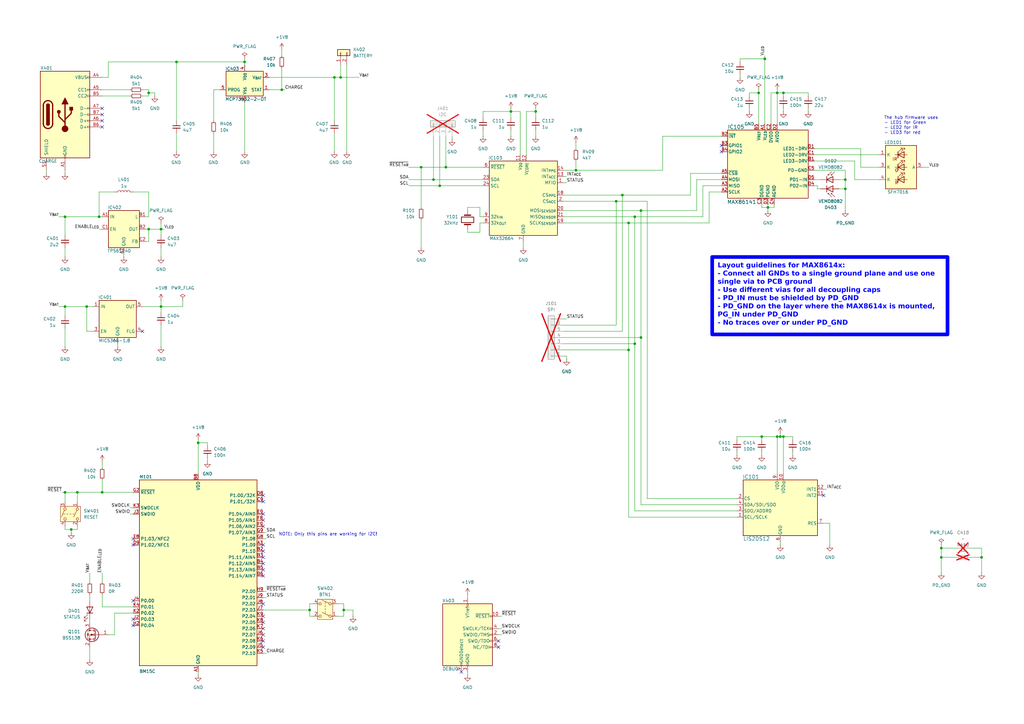
<source format=kicad_sch>
(kicad_sch (version 20250114) (generator "eeschema") (generator_version "9.0")
  (paper "A3")
  (title_block (title "Heartrate-DevKit") (date "2025-07-13") (rev "${REVISION}") (company "${COMPANY}"))
  (text "The hub firmware uses\n- LED1 for Green\n- LED2 for IR\n- LED3 for red" (at 362.585 47.625 0) (effects (font (size 1.27 1.27)) (justify left top)))
  (text "NOTE: Only this pins are working for I2C!" (at 114.3 218.44 0) (effects (font (size 1.27 1.27)) (justify left top)))
  (text_box "Layout guidelines for MAX8614x:\n- Connect all GNDs to a single ground plane and use one single via to PCB ground\n- Use different vias for all decoupling caps\n- PD_IN must be shielded by PD_GND\n- PD_GND on the layer where the MAX8614x is mounted, PG_IN under PD_GND\n- No traces over or under PD_GND" (at 292.1 105.41 0) (size 96.52 31.75) (margins 2.25 2.25 2.25 2.25) (stroke (width 1.5) (color 0 0 255 1)) (effects (font (size 2 2) (thickness 0.4) (bold yes)) (justify left top)))
  (junction (at 115.57 36.83))
  (junction (at 26.67 88.9))
  (junction (at 346.71 77.47))
  (junction (at 180.34 76.2))
  (junction (at 29.21 217.17))
  (junction (at 127 250.19))
  (junction (at 66.04 125.73))
  (junction (at 31.75 201.93))
  (junction (at 262.89 138.43))
  (junction (at 66.04 93.98))
  (junction (at 313.69 24.13))
  (junction (at 236.22 69.85))
  (junction (at 262.89 86.36))
  (junction (at 137.16 31.75))
  (junction (at 386.08 228.6))
  (junction (at 318.77 38.1))
  (junction (at 177.8 73.66))
  (junction (at 314.96 85.09))
  (junction (at 139.7 31.75))
  (junction (at 26.67 201.93))
  (junction (at 311.15 38.1))
  (junction (at 321.31 38.1))
  (junction (at 209.55 45.72))
  (junction (at 312.42 179.07))
  (junction (at 402.59 228.6))
  (junction (at 35.56 125.73))
  (junction (at 26.67 125.73))
  (junction (at 219.71 45.72))
  (junction (at 100.33 25.4))
  (junction (at 255.27 80.01))
  (junction (at 386.08 224.79))
  (junction (at 257.81 91.44))
  (junction (at 260.35 88.9))
  (junction (at 172.72 68.58))
  (junction (at 252.73 82.55))
  (junction (at 182.88 68.58))
  (junction (at 260.35 140.97))
  (junction (at 41.91 201.93))
  (junction (at 320.04 179.07))
  (junction (at 257.81 143.51))
  (junction (at 140.97 250.19))
  (junction (at 318.77 179.07))
  (junction (at 60.96 93.98))
  (junction (at 321.31 179.07))
  (junction (at 346.71 73.66))
  (junction (at 81.28 181.61))
  (junction (at 40.64 88.9))
  (junction (at 60.96 38.1))
  (junction (at 72.39 25.4))
  (no_connect (at 54.61 220.98))
  (no_connect (at 58.42 135.89))
  (no_connect (at 295.91 59.69))
  (no_connect (at 107.95 247.65))
  (no_connect (at 54.61 246.38))
  (no_connect (at 107.95 223.52))
  (no_connect (at 41.91 49.53))
  (no_connect (at 204.47 265.43))
  (no_connect (at 107.95 210.82))
  (no_connect (at 107.95 265.43))
  (no_connect (at 204.47 262.89))
  (no_connect (at 107.95 260.35))
  (no_connect (at 107.95 228.6))
  (no_connect (at 41.91 44.45))
  (no_connect (at 107.95 233.68))
  (no_connect (at 337.82 203.2))
  (no_connect (at 107.95 213.36))
  (no_connect (at 295.91 62.23))
  (no_connect (at 107.95 203.2))
  (no_connect (at 54.61 223.52))
  (no_connect (at 107.95 205.74))
  (no_connect (at 189.23 275.59))
  (no_connect (at 41.91 46.99))
  (no_connect (at 54.61 254))
  (no_connect (at 107.95 236.22))
  (no_connect (at 107.95 231.14))
  (no_connect (at 107.95 255.27))
  (no_connect (at 41.91 52.07))
  (no_connect (at 107.95 262.89))
  (no_connect (at 107.95 257.81))
  (no_connect (at 107.95 252.73))
  (no_connect (at 107.95 226.06))
  (no_connect (at 54.61 256.54))
  (no_connect (at 107.95 215.9))
  (wire (pts (xy 41.91 196.85) (xy 41.91 201.93)))
  (wire (pts (xy 231.14 130.81) (xy 232.41 130.81)))
  (wire (pts (xy 283.21 71.12) (xy 295.91 71.12)))
  (wire (pts (xy 110.49 31.75) (xy 137.16 31.75)))
  (wire (pts (xy 48.26 140.97) (xy 48.26 142.24)))
  (wire (pts (xy 137.16 31.75) (xy 139.7 31.75)))
  (wire (pts (xy 40.64 78.74) (xy 40.64 88.9)))
  (wire (pts (xy 386.08 234.95) (xy 386.08 228.6)))
  (wire (pts (xy 346.71 69.85) (xy 346.71 73.66)))
  (wire (pts (xy 314.96 85.09) (xy 317.5 85.09)))
  (wire (pts (xy 262.89 86.36) (xy 285.75 86.36)))
  (wire (pts (xy 265.43 82.55) (xy 265.43 204.47)))
  (wire (pts (xy 41.91 39.37) (xy 53.34 39.37)))
  (wire (pts (xy 54.61 208.28) (xy 53.34 208.28)))
  (wire (pts (xy 72.39 25.4) (xy 100.33 25.4)))
  (wire (pts (xy 316.23 38.1) (xy 316.23 50.8)))
  (wire (pts (xy 41.91 201.93) (xy 54.61 201.93)))
  (wire (pts (xy 66.04 93.98) (xy 67.31 93.98)))
  (wire (pts (xy 386.08 224.79) (xy 392.43 224.79)))
  (wire (pts (xy 81.28 275.59) (xy 81.28 276.86)))
  (wire (pts (xy 213.36 45.72) (xy 213.36 63.5)))
  (wire (pts (xy 58.42 39.37) (xy 60.96 39.37)))
  (wire (pts (xy 58.42 36.83) (xy 60.96 36.83)))
  (wire (pts (xy 311.15 38.1) (xy 311.15 50.8)))
  (wire (pts (xy 262.89 207.01) (xy 302.26 207.01)))
  (wire (pts (xy 312.42 83.82) (xy 312.42 85.09)))
  (wire (pts (xy 236.22 66.04) (xy 236.22 69.85)))
  (wire (pts (xy 138.43 247.65) (xy 140.97 247.65)))
  (wire (pts (xy 66.04 101.6) (xy 66.04 105.41)))
  (wire (pts (xy 24.13 88.9) (xy 26.67 88.9)))
  (wire (pts (xy 231.14 82.55) (xy 252.73 82.55)))
  (wire (pts (xy 177.8 55.88) (xy 177.8 73.66)))
  (wire (pts (xy 128.27 247.65) (xy 127 247.65)))
  (wire (pts (xy 215.9 45.72) (xy 219.71 45.72)))
  (wire (pts (xy 19.05 69.85) (xy 19.05 71.12)))
  (wire (pts (xy 209.55 45.72) (xy 209.55 48.26)))
  (wire (pts (xy 127 252.73) (xy 127 250.19)))
  (wire (pts (xy 397.51 228.6) (xy 402.59 228.6)))
  (wire (pts (xy 107.95 218.44) (xy 109.22 218.44)))
  (wire (pts (xy 318.77 179.07) (xy 312.42 179.07)))
  (wire (pts (xy 318.77 179.07) (xy 320.04 179.07)))
  (wire (pts (xy 191.77 85.09) (xy 196.85 85.09)))
  (wire (pts (xy 257.81 143.51) (xy 257.81 212.09)))
  (wire (pts (xy 219.71 45.72) (xy 219.71 48.26)))
  (wire (pts (xy 191.77 95.25) (xy 196.85 95.25)))
  (wire (pts (xy 90.17 36.83) (xy 87.63 36.83)))
  (wire (pts (xy 320.04 222.25) (xy 320.04 223.52)))
  (wire (pts (xy 60.96 99.06) (xy 60.96 93.98)))
  (wire (pts (xy 36.83 265.43) (xy 36.83 270.51)))
  (wire (pts (xy 31.75 201.93) (xy 41.91 201.93)))
  (wire (pts (xy 40.64 93.98) (xy 41.91 93.98)))
  (wire (pts (xy 81.28 181.61) (xy 85.09 181.61)))
  (wire (pts (xy 36.83 243.84) (xy 36.83 246.38)))
  (wire (pts (xy 138.43 252.73) (xy 140.97 252.73)))
  (wire (pts (xy 314.96 83.82) (xy 314.96 85.09)))
  (wire (pts (xy 54.61 248.92) (xy 41.91 248.92)))
  (wire (pts (xy 312.42 185.42) (xy 312.42 186.69)))
  (wire (pts (xy 317.5 85.09) (xy 317.5 83.82)))
  (wire (pts (xy 302.26 179.07) (xy 302.26 180.34)))
  (wire (pts (xy 66.04 91.44) (xy 66.04 93.98)))
  (wire (pts (xy 66.04 93.98) (xy 66.04 96.52)))
  (wire (pts (xy 360.68 73.66) (xy 350.52 73.66)))
  (wire (pts (xy 321.31 38.1) (xy 331.47 38.1)))
  (wire (pts (xy 386.08 223.52) (xy 386.08 224.79)))
  (wire (pts (xy 320.04 177.8) (xy 320.04 179.07)))
  (wire (pts (xy 115.57 36.83) (xy 116.84 36.83)))
  (wire (pts (xy 36.83 234.95) (xy 36.83 238.76)))
  (wire (pts (xy 321.31 38.1) (xy 321.31 39.37)))
  (wire (pts (xy 26.67 69.85) (xy 26.67 71.12)))
  (wire (pts (xy 288.29 76.2) (xy 295.91 76.2)))
  (wire (pts (xy 331.47 44.45) (xy 331.47 45.72)))
  (wire (pts (xy 316.23 38.1) (xy 318.77 38.1)))
  (wire (pts (xy 236.22 58.42) (xy 236.22 60.96)))
  (wire (pts (xy 257.81 91.44) (xy 257.81 143.51)))
  (wire (pts (xy 172.72 90.17) (xy 172.72 101.6)))
  (wire (pts (xy 283.21 80.01) (xy 283.21 71.12)))
  (wire (pts (xy 29.21 217.17) (xy 31.75 217.17)))
  (wire (pts (xy 41.91 234.95) (xy 41.91 238.76)))
  (wire (pts (xy 87.63 36.83) (xy 87.63 49.53)))
  (wire (pts (xy 215.9 63.5) (xy 215.9 45.72)))
  (wire (pts (xy 191.77 275.59) (xy 191.77 276.86)))
  (wire (pts (xy 346.71 77.47) (xy 346.71 86.36)))
  (wire (pts (xy 285.75 73.66) (xy 295.91 73.66)))
  (wire (pts (xy 260.35 88.9) (xy 260.35 140.97)))
  (wire (pts (xy 115.57 27.94) (xy 115.57 36.83)))
  (wire (pts (xy 26.67 125.73) (xy 35.56 125.73)))
  (wire (pts (xy 219.71 53.34) (xy 219.71 55.88)))
  (wire (pts (xy 196.85 91.44) (xy 196.85 95.25)))
  (wire (pts (xy 182.88 55.88) (xy 182.88 68.58)))
  (wire (pts (xy 167.64 68.58) (xy 172.72 68.58)))
  (wire (pts (xy 87.63 54.61) (xy 87.63 62.23)))
  (wire (pts (xy 60.96 93.98) (xy 59.69 93.98)))
  (wire (pts (xy 335.28 77.47) (xy 336.55 77.47)))
  (wire (pts (xy 360.68 63.5) (xy 334.01 63.5)))
  (wire (pts (xy 302.26 185.42) (xy 302.26 186.69)))
  (wire (pts (xy 137.16 54.61) (xy 137.16 62.23)))
  (wire (pts (xy 260.35 88.9) (xy 288.29 88.9)))
  (wire (pts (xy 172.72 68.58) (xy 172.72 85.09)))
  (wire (pts (xy 107.95 267.97) (xy 109.22 267.97)))
  (wire (pts (xy 140.97 250.19) (xy 140.97 252.73)))
  (wire (pts (xy 29.21 217.17) (xy 29.21 218.44)))
  (wire (pts (xy 214.63 99.06) (xy 214.63 101.6)))
  (wire (pts (xy 198.12 88.9) (xy 196.85 88.9)))
  (wire (pts (xy 107.95 220.98) (xy 109.22 220.98)))
  (wire (pts (xy 290.83 78.74) (xy 290.83 91.44)))
  (wire (pts (xy 231.14 133.35) (xy 252.73 133.35)))
  (wire (pts (xy 311.15 36.83) (xy 311.15 38.1)))
  (wire (pts (xy 26.67 201.93) (xy 26.67 205.74)))
  (wire (pts (xy 307.34 38.1) (xy 311.15 38.1)))
  (wire (pts (xy 260.35 88.9) (xy 231.14 88.9)))
  (wire (pts (xy 60.96 38.1) (xy 60.96 39.37)))
  (wire (pts (xy 85.09 181.61) (xy 85.09 182.88)))
  (wire (pts (xy 303.53 25.4) (xy 303.53 24.13)))
  (wire (pts (xy 321.31 179.07) (xy 321.31 194.31)))
  (wire (pts (xy 31.75 201.93) (xy 31.75 205.74)))
  (wire (pts (xy 381 68.58) (xy 378.46 68.58)))
  (wire (pts (xy 307.34 39.37) (xy 307.34 38.1)))
  (wire (pts (xy 260.35 140.97) (xy 260.35 209.55)))
  (wire (pts (xy 360.68 68.58) (xy 353.06 68.58)))
  (wire (pts (xy 25.4 201.93) (xy 26.67 201.93)))
  (wire (pts (xy 337.82 200.66) (xy 339.09 200.66)))
  (wire (pts (xy 334.01 66.04) (xy 350.52 66.04)))
  (wire (pts (xy 198.12 45.72) (xy 198.12 48.26)))
  (wire (pts (xy 232.41 146.05) (xy 232.41 147.32)))
  (wire (pts (xy 46.99 78.74) (xy 40.64 78.74)))
  (wire (pts (xy 172.72 68.58) (xy 182.88 68.58)))
  (wire (pts (xy 303.53 24.13) (xy 313.69 24.13)))
  (wire (pts (xy 38.1 135.89) (xy 35.56 135.89)))
  (wire (pts (xy 346.71 73.66) (xy 346.71 77.47)))
  (wire (pts (xy 139.7 31.75) (xy 147.32 31.75)))
  (wire (pts (xy 60.96 38.1) (xy 63.5 38.1)))
  (wire (pts (xy 262.89 86.36) (xy 262.89 138.43)))
  (wire (pts (xy 302.26 179.07) (xy 312.42 179.07)))
  (wire (pts (xy 307.34 44.45) (xy 307.34 45.72)))
  (wire (pts (xy 177.8 73.66) (xy 198.12 73.66)))
  (wire (pts (xy 85.09 187.96) (xy 85.09 189.23)))
  (wire (pts (xy 285.75 86.36) (xy 285.75 73.66)))
  (wire (pts (xy 41.91 36.83) (xy 53.34 36.83)))
  (wire (pts (xy 252.73 133.35) (xy 252.73 82.55)))
  (wire (pts (xy 74.93 125.73) (xy 74.93 123.19)))
  (wire (pts (xy 231.14 140.97) (xy 260.35 140.97)))
  (wire (pts (xy 41.91 189.23) (xy 41.91 191.77)))
  (wire (pts (xy 144.78 250.19) (xy 144.78 252.73)))
  (wire (pts (xy 325.12 185.42) (xy 325.12 186.69)))
  (wire (pts (xy 231.14 80.01) (xy 255.27 80.01)))
  (wire (pts (xy 295.91 78.74) (xy 290.83 78.74)))
  (wire (pts (xy 26.67 215.9) (xy 26.67 217.17)))
  (wire (pts (xy 219.71 44.45) (xy 219.71 45.72)))
  (wire (pts (xy 321.31 179.07) (xy 320.04 179.07)))
  (wire (pts (xy 185.42 55.88) (xy 185.42 57.15)))
  (wire (pts (xy 60.96 38.1) (xy 60.96 36.83)))
  (wire (pts (xy 107.95 250.19) (xy 127 250.19)))
  (wire (pts (xy 81.28 180.34) (xy 81.28 181.61)))
  (wire (pts (xy 100.33 26.67) (xy 100.33 25.4)))
  (wire (pts (xy 50.8 104.14) (xy 50.8 105.41)))
  (wire (pts (xy 66.04 125.73) (xy 66.04 128.27)))
  (wire (pts (xy 196.85 85.09) (xy 196.85 88.9)))
  (wire (pts (xy 334.01 76.2) (xy 335.28 76.2)))
  (wire (pts (xy 44.45 25.4) (xy 44.45 31.75)))
  (wire (pts (xy 386.08 228.6) (xy 392.43 228.6)))
  (wire (pts (xy 66.04 125.73) (xy 74.93 125.73)))
  (wire (pts (xy 340.36 214.63) (xy 340.36 223.52)))
  (wire (pts (xy 198.12 53.34) (xy 198.12 55.88)))
  (wire (pts (xy 335.28 76.2) (xy 335.28 77.47)))
  (wire (pts (xy 397.51 224.79) (xy 402.59 224.79)))
  (wire (pts (xy 35.56 125.73) (xy 38.1 125.73)))
  (wire (pts (xy 24.13 125.73) (xy 26.67 125.73)))
  (wire (pts (xy 26.67 217.17) (xy 29.21 217.17)))
  (wire (pts (xy 231.14 72.39) (xy 232.41 72.39)))
  (wire (pts (xy 26.67 88.9) (xy 26.67 96.52)))
  (wire (pts (xy 265.43 204.47) (xy 302.26 204.47)))
  (wire (pts (xy 198.12 68.58) (xy 182.88 68.58)))
  (wire (pts (xy 313.69 22.86) (xy 313.69 24.13)))
  (wire (pts (xy 252.73 82.55) (xy 265.43 82.55)))
  (wire (pts (xy 60.96 93.98) (xy 66.04 93.98)))
  (wire (pts (xy 321.31 179.07) (xy 325.12 179.07)))
  (wire (pts (xy 231.14 138.43) (xy 262.89 138.43)))
  (wire (pts (xy 231.14 74.93) (xy 232.41 74.93)))
  (wire (pts (xy 26.67 201.93) (xy 31.75 201.93)))
  (wire (pts (xy 318.77 194.31) (xy 318.77 179.07)))
  (wire (pts (xy 191.77 243.84) (xy 191.77 245.11)))
  (wire (pts (xy 350.52 66.04) (xy 350.52 73.66)))
  (wire (pts (xy 231.14 135.89) (xy 255.27 135.89)))
  (wire (pts (xy 313.69 24.13) (xy 313.69 50.8)))
  (wire (pts (xy 260.35 209.55) (xy 302.26 209.55)))
  (wire (pts (xy 128.27 252.73) (xy 127 252.73)))
  (wire (pts (xy 107.95 245.11) (xy 109.22 245.11)))
  (wire (pts (xy 40.64 88.9) (xy 41.91 88.9)))
  (wire (pts (xy 231.14 69.85) (xy 236.22 69.85)))
  (wire (pts (xy 81.28 181.61) (xy 81.28 194.31)))
  (wire (pts (xy 386.08 228.6) (xy 386.08 224.79)))
  (wire (pts (xy 271.78 55.88) (xy 295.91 55.88)))
  (wire (pts (xy 209.55 53.34) (xy 209.55 55.88)))
  (wire (pts (xy 54.61 251.46) (xy 46.99 251.46)))
  (wire (pts (xy 344.17 73.66) (xy 346.71 73.66)))
  (wire (pts (xy 204.47 252.73) (xy 205.74 252.73)))
  (wire (pts (xy 115.57 20.32) (xy 115.57 22.86)))
  (wire (pts (xy 59.69 88.9) (xy 60.96 88.9)))
  (wire (pts (xy 209.55 45.72) (xy 213.36 45.72)))
  (wire (pts (xy 314.96 85.09) (xy 314.96 86.36)))
  (wire (pts (xy 180.34 55.88) (xy 180.34 76.2)))
  (wire (pts (xy 36.83 254) (xy 36.83 255.27)))
  (wire (pts (xy 167.64 73.66) (xy 177.8 73.66)))
  (wire (pts (xy 331.47 38.1) (xy 331.47 39.37)))
  (wire (pts (xy 137.16 31.75) (xy 137.16 49.53)))
  (wire (pts (xy 100.33 41.91) (xy 100.33 62.23)))
  (wire (pts (xy 63.5 39.37) (xy 63.5 38.1)))
  (wire (pts (xy 334.01 60.96) (xy 353.06 60.96)))
  (wire (pts (xy 60.96 88.9) (xy 60.96 78.74)))
  (wire (pts (xy 303.53 30.48) (xy 303.53 31.75)))
  (wire (pts (xy 318.77 38.1) (xy 321.31 38.1)))
  (wire (pts (xy 100.33 24.13) (xy 100.33 25.4)))
  (wire (pts (xy 107.95 242.57) (xy 109.22 242.57)))
  (wire (pts (xy 318.77 36.83) (xy 318.77 38.1)))
  (wire (pts (xy 321.31 44.45) (xy 321.31 45.72)))
  (wire (pts (xy 353.06 68.58) (xy 353.06 60.96)))
  (wire (pts (xy 31.75 215.9) (xy 31.75 217.17)))
  (wire (pts (xy 139.7 26.67) (xy 139.7 31.75)))
  (wire (pts (xy 257.81 212.09) (xy 302.26 212.09)))
  (wire (pts (xy 271.78 69.85) (xy 271.78 55.88)))
  (wire (pts (xy 167.64 76.2) (xy 180.34 76.2)))
  (wire (pts (xy 26.67 125.73) (xy 26.67 129.54)))
  (wire (pts (xy 58.42 125.73) (xy 66.04 125.73)))
  (wire (pts (xy 54.61 78.74) (xy 60.96 78.74)))
  (wire (pts (xy 41.91 31.75) (xy 44.45 31.75)))
  (wire (pts (xy 110.49 36.83) (xy 115.57 36.83)))
  (wire (pts (xy 402.59 228.6) (xy 402.59 234.95)))
  (wire (pts (xy 288.29 88.9) (xy 288.29 76.2)))
  (wire (pts (xy 140.97 247.65) (xy 140.97 250.19)))
  (wire (pts (xy 337.82 214.63) (xy 340.36 214.63)))
  (wire (pts (xy 72.39 25.4) (xy 72.39 49.53)))
  (wire (pts (xy 66.04 123.19) (xy 66.04 125.73)))
  (wire (pts (xy 236.22 69.85) (xy 271.78 69.85)))
  (wire (pts (xy 255.27 80.01) (xy 255.27 135.89)))
  (wire (pts (xy 204.47 257.81) (xy 205.74 257.81)))
  (wire (pts (xy 191.77 86.36) (xy 191.77 85.09)))
  (wire (pts (xy 140.97 250.19) (xy 144.78 250.19)))
  (wire (pts (xy 231.14 86.36) (xy 262.89 86.36)))
  (wire (pts (xy 402.59 224.79) (xy 402.59 228.6)))
  (wire (pts (xy 72.39 54.61) (xy 72.39 62.23)))
  (wire (pts (xy 209.55 44.45) (xy 209.55 45.72)))
  (wire (pts (xy 127 247.65) (xy 127 250.19)))
  (wire (pts (xy 54.61 210.82) (xy 53.34 210.82)))
  (wire (pts (xy 41.91 243.84) (xy 41.91 248.92)))
  (wire (pts (xy 231.14 146.05) (xy 232.41 146.05)))
  (wire (pts (xy 26.67 88.9) (xy 40.64 88.9)))
  (wire (pts (xy 231.14 143.51) (xy 257.81 143.51)))
  (wire (pts (xy 312.42 179.07) (xy 312.42 180.34)))
  (wire (pts (xy 191.77 93.98) (xy 191.77 95.25)))
  (wire (pts (xy 72.39 25.4) (xy 44.45 25.4)))
  (wire (pts (xy 255.27 80.01) (xy 283.21 80.01)))
  (wire (pts (xy 59.69 99.06) (xy 60.96 99.06)))
  (wire (pts (xy 198.12 91.44) (xy 196.85 91.44)))
  (wire (pts (xy 204.47 260.35) (xy 205.74 260.35)))
  (wire (pts (xy 26.67 134.62) (xy 26.67 142.24)))
  (wire (pts (xy 198.12 45.72) (xy 209.55 45.72)))
  (wire (pts (xy 46.99 251.46) (xy 46.99 260.35)))
  (wire (pts (xy 334.01 69.85) (xy 346.71 69.85)))
  (wire (pts (xy 35.56 135.89) (xy 35.56 125.73)))
  (wire (pts (xy 344.17 77.47) (xy 346.71 77.47)))
  (wire (pts (xy 262.89 138.43) (xy 262.89 207.01)))
  (wire (pts (xy 66.04 133.35) (xy 66.04 142.24)))
  (wire (pts (xy 142.24 26.67) (xy 142.24 62.23)))
  (wire (pts (xy 26.67 101.6) (xy 26.67 105.41)))
  (wire (pts (xy 180.34 76.2) (xy 198.12 76.2)))
  (wire (pts (xy 44.45 260.35) (xy 46.99 260.35)))
  (wire (pts (xy 318.77 38.1) (xy 318.77 50.8)))
  (wire (pts (xy 334.01 73.66) (xy 336.55 73.66)))
  (wire (pts (xy 231.14 91.44) (xy 257.81 91.44)))
  (wire (pts (xy 325.12 179.07) (xy 325.12 180.34)))
  (wire (pts (xy 257.81 91.44) (xy 290.83 91.44)))
  (wire (pts (xy 312.42 85.09) (xy 314.96 85.09)))
  (label "~{RESET}" (at 205.74 252.73 0))
  (label "V_{LED}" (at 67.31 93.98 0))
  (label "STATUS" (at 232.41 130.81 0))
  (label "SWDIO" (at 205.74 260.35 0))
  (label "INT_{ACC}" (at 339.09 200.66 0))
  (label "~{RESET_{HR}}" (at 109.22 242.57 0))
  (label "ENABLE_{LED}" (at 40.64 93.98 180))
  (label "SDA" (at 167.64 73.66 180))
  (label "INT_{ACC}" (at 232.41 72.39 0))
  (label "CHARGE" (at 116.84 36.83 0))
  (label "V_{LED}" (at 313.69 22.86 90))
  (label "SWDCLK" (at 205.74 257.81 0))
  (label "STATUS" (at 109.22 245.11 0))
  (label "CHARGE" (at 109.22 267.97 0))
  (label "V_{LED}" (at 381 68.58 0))
  (label "V_{BAT}" (at 24.13 88.9 180))
  (label "V_{BAT}" (at 24.13 125.73 180))
  (label "SWDCLK" (at 53.34 208.28 180))
  (label "STATUS" (at 232.41 74.93 0))
  (label "SCL" (at 109.22 220.98 0))
  (label "ENABLE_{LED}" (at 41.91 234.95 90))
  (label "SDA" (at 109.22 218.44 0))
  (label "SWDIO" (at 53.34 210.82 180))
  (label "SCL" (at 167.64 76.2 180))
  (label "V_{BAT}" (at 36.83 234.95 90))
  (label "V_{BAT}" (at 147.32 31.75 0))
  (label "~{RESET_{HR}}" (at 167.64 68.58 180))
  (label "~{RESET}" (at 25.4 201.93 180))
  (symbol (lib_id "Connector_Generic:Conn_01x04") (at 180.34 50.8 90) (unit 1) (dnp yes)
    (property "Reference" "J401" (at 181.61 44.45 90))
    (property "Value" "I2C" (at 181.61 46.99 90))
    (property "Footprint" "Connector_PinHeader_2.54mm:PinHeader_1x04_P2.54mm_Vertical" (effects (hide yes)))
    (property "Description" "Generic connector, single row, 01x04, script generated (kicad-library-utils/schlib/autogen/connector/)" (effects (hide yes)))
  )
  (symbol (lib_id "Device:R_Small") (at 41.91 241.3 180) (unit 1)
    (property "Reference" "R403" (at 44.45 240.0299 0) (effects (justify right)))
    (property "Value" "0R" (at 44.45 242.5699 0) (effects (justify right)))
    (property "Footprint" "Resistor_SMD:R_0805_2012Metric" (effects (hide yes)))
    (property "Description" "Resistor, small symbol" (effects (hide yes)))
    (property "manf" "Vishay" (effects (hide yes)))
    (property "manf#" "CRCW08050000Z0EBC" (effects (hide yes)))
    (property "mouser#" "71-CRCW08050000Z0EBC" (effects (hide yes)))
  )
  (symbol (lib_id "power:+1V8") (at 191.77 243.84 0) (unit 1)
    (property "Reference" "#PWR0426" (effects (hide yes)))
    (property "Value" "+1V8" (at 191.77 238.76 0))
    (property "Description" "Power symbol creates a global label with name \"+1V8\"" (effects (hide yes)))
  )
  (symbol (lib_id "power:GND") (at 325.12 186.69 0) (unit 1)
    (property "Reference" "#PWR0444" (effects (hide yes)))
    (property "Value" "GND" (at 325.12 191.77 0))
    (property "Description" "Power symbol creates a global label with name \"GND\" , ground" (effects (hide yes)))
  )
  (symbol (lib_id "power:GND") (at 142.24 62.23 0) (unit 1)
    (property "Reference" "#PWR0422" (effects (hide yes)))
    (property "Value" "GND" (at 142.367 66.6242 0))
    (property "Description" "Power symbol creates a global label with name \"GND\" , ground" (effects (hide yes)))
  )
  (symbol (lib_id "power:PWR_FLAG") (at 386.08 223.52 0) (unit 1)
    (property "Reference" "#FLG0405" (effects (hide yes)))
    (property "Value" "PWR_FLAG" (at 386.08 218.44 0))
    (property "Description" "Special symbol for telling ERC where power comes from" (effects (hide yes)))
  )
  (symbol (lib_id "power:GNDA") (at 386.08 234.95 0) (unit 1)
    (property "Reference" "#PWR0448" (effects (hide yes)))
    (property "Value" "PD_GND" (at 386.08 240.03 0))
    (property "Description" "Power symbol creates a global label with name \"GNDA\" , analog ground" (effects (hide yes)))
  )
  (symbol (lib_id "Device:D_Photo") (at 341.63 77.47 0) (mirror x) (unit 1)
    (property "Reference" "D403" (at 340.6775 85.09 0))
    (property "Value" "VEMD8082" (at 340.6775 82.55 0))
    (property "Footprint" "Vishay:VEMD808x" (effects (hide yes)))
    (property "Datasheet" "https://www.vishay.com/docs/80381/vemd8082.pdf" (effects (hide yes)))
    (property "Description" "Photodiode" (effects (hide yes)))
    (property "manf" "Vishay Semiconductors" (effects (hide yes)))
    (property "manf#" "VEMD8082" (effects (hide yes)))
    (property "mouser#" "78-VEMD8082" (effects (hide yes)))
  )
  (symbol (lib_id "Device:C_Small") (at 85.09 185.42 0) (unit 1)
    (property "Reference" "C406" (at 87.63 184.1562 0) (effects (justify left)))
    (property "Value" "100n" (at 87.63 186.6962 0) (effects (justify left)))
    (property "Footprint" "Capacitor_SMD:C_0402_1005Metric" (effects (hide yes)))
    (property "Datasheet" "https://www.yageogroup.com/content/datasheet/asset/file/KEM_C1002_X7R_SMD" (effects (hide yes)))
    (property "Description" "Unpolarized capacitor, small symbol" (effects (hide yes)))
    (property "manf" "KEMET" (effects (hide yes)))
    (property "manf#" "C0402C104K4RAC7411" (effects (hide yes)))
    (property "mouser#" "80-C0402C104K4R7411" (effects (hide yes)))
  )
  (symbol (lib_id "power:PWR_FLAG") (at 66.04 91.44 0) (unit 1)
    (property "Reference" "#FLG0401" (effects (hide yes)))
    (property "Value" "PWR_FLAG" (at 66.04 86.36 0))
    (property "Description" "Special symbol for telling ERC where power comes from" (effects (hide yes)))
  )
  (symbol (lib_id "power:GND") (at 191.77 276.86 0) (unit 1)
    (property "Reference" "#PWR0427" (effects (hide yes)))
    (property "Value" "GND" (at 191.77 281.94 0))
    (property "Description" "Power symbol creates a global label with name \"GND\" , ground" (effects (hide yes)))
  )
  (symbol (lib_id "Device:C_Small") (at 198.12 50.8 0) (mirror y) (unit 1)
    (property "Reference" "C408" (at 195.58 49.5362 0) (effects (justify left)))
    (property "Value" "1u" (at 195.58 52.0762 0) (effects (justify left)))
    (property "Footprint" "Capacitor_SMD:C_0402_1005Metric" (effects (hide yes)))
    (property "Datasheet" "https://www.mouser.de/datasheet/2/40/cx5r-2835979.pdf" (effects (hide yes)))
    (property "Description" "Unpolarized capacitor, small symbol" (effects (hide yes)))
    (property "manf" "KYOCERA AVX" (effects (hide yes)))
    (property "manf#" "04023D105KAT2A" (effects (hide yes)))
    (property "mouser#" "581-04023D105KAT2A" (effects (hide yes)))
  )
  (symbol (lib_id "power:GND") (at 66.04 105.41 0) (unit 1)
    (property "Reference" "#PWR0411" (effects (hide yes)))
    (property "Value" "GND" (at 66.04 110.49 0))
    (property "Description" "Power symbol creates a global label with name \"GND\" , ground" (effects (hide yes)))
  )
  (symbol (lib_id "power:GND") (at 87.63 62.23 0) (mirror y) (unit 1)
    (property "Reference" "#PWR0418" (effects (hide yes)))
    (property "Value" "GND" (at 87.503 66.6242 0))
    (property "Description" "Power symbol creates a global label with name \"GND\" , ground" (effects (hide yes)))
  )
  (symbol (lib_id "power:GND") (at 72.39 62.23 0) (mirror y) (unit 1)
    (property "Reference" "#PWR0414" (effects (hide yes)))
    (property "Value" "GND" (at 72.263 66.6242 0))
    (property "Description" "Power symbol creates a global label with name \"GND\" , ground" (effects (hide yes)))
  )
  (symbol (lib_id "Device:C_Small") (at 219.71 50.8 0) (unit 1)
    (property "Reference" "C112" (at 222.25 49.5362 0) (effects (justify left)))
    (property "Value" "1u" (at 222.25 52.0762 0) (effects (justify left)))
    (property "Footprint" "Capacitor_SMD:C_0402_1005Metric" (effects (hide yes)))
    (property "Datasheet" "https://www.mouser.de/datasheet/2/40/cx5r-2835979.pdf" (effects (hide yes)))
    (property "Description" "Unpolarized capacitor, small symbol" (effects (hide yes)))
    (property "manf" "KYOCERA AVX" (effects (hide yes)))
    (property "manf#" "04023D105KAT2A" (effects (hide yes)))
    (property "mouser#" "581-04023D105KAT2A" (effects (hide yes)))
  )
  (symbol (lib_id "power:+1V8") (at 115.57 20.32 0) (unit 1)
    (property "Reference" "#PWR0420" (effects (hide yes)))
    (property "Value" "+1V8" (at 115.57 15.24 0))
    (property "Description" "Power symbol creates a global label with name \"+1V8\"" (effects (hide yes)))
  )
  (symbol (lib_id "Switch:SW_DPST") (at 133.35 250.19 0) (mirror y) (unit 1)
    (property "Reference" "SW402" (at 133.35 241.3 0))
    (property "Value" "BTN1" (at 133.35 243.84 0))
    (property "Footprint" "Wuerth:WS-TASV-6x6" (effects (hide yes)))
    (property "Datasheet" "https://www.we-online.com/components/products/datasheet/430182095816.pdf" (effects (hide yes)))
    (property "Description" "Double Pole Single Throw (DPST) Switch" (effects (hide yes)))
    (property "manf" "Wurth Elektronik" (effects (hide yes)))
    (property "manf#" "430182095816" (effects (hide yes)))
    (property "mouser#" "710-430182095816" (effects (hide yes)))
  )
  (symbol (lib_id "power:PWR_FLAG") (at 311.15 36.83 0) (unit 1)
    (property "Reference" "#FLG0404" (effects (hide yes)))
    (property "Value" "PWR_FLAG" (at 311.15 31.75 0))
    (property "Description" "Special symbol for telling ERC where power comes from" (effects (hide yes)))
  )
  (symbol (lib_id "power:GND") (at 26.67 105.41 0) (unit 1)
    (property "Reference" "#PWR0403" (effects (hide yes)))
    (property "Value" "GND" (at 26.67 110.49 0))
    (property "Description" "Power symbol creates a global label with name \"GND\" , ground" (effects (hide yes)))
  )
  (symbol (lib_id "Device:C_Small") (at 209.55 50.8 0) (mirror y) (unit 1)
    (property "Reference" "C111" (at 207.01 49.5362 0) (effects (justify left)))
    (property "Value" "1u" (at 207.01 52.0762 0) (effects (justify left)))
    (property "Footprint" "Capacitor_SMD:C_0402_1005Metric" (effects (hide yes)))
    (property "Datasheet" "https://www.mouser.de/datasheet/2/40/cx5r-2835979.pdf" (effects (hide yes)))
    (property "Description" "Unpolarized capacitor, small symbol" (effects (hide yes)))
    (property "manf" "KYOCERA AVX" (effects (hide yes)))
    (property "manf#" "04023D105KAT2A" (effects (hide yes)))
    (property "mouser#" "581-04023D105KAT2A" (effects (hide yes)))
  )
  (symbol (lib_id "power:GND") (at 26.67 71.12 0) (unit 1)
    (property "Reference" "#PWR0402" (effects (hide yes)))
    (property "Value" "GND" (effects (hide yes)))
    (property "Description" "Power symbol creates a global label with name \"GND\" , ground" (effects (hide yes)))
  )
  (symbol (lib_id "Device:C_Small") (at 137.16 52.07 0) (unit 1)
    (property "Reference" "C407" (at 134.62 50.8062 0) (effects (justify right)))
    (property "Value" "4u7" (at 134.62 53.3462 0) (effects (justify right)))
    (property "Footprint" "Capacitor_SMD:C_0603_1608Metric" (effects (hide yes)))
    (property "Datasheet" "https://www.mouser.de/datasheet/2/396/mlcc02_e-1307760.pdf" (effects (hide yes)))
    (property "Description" "Unpolarized capacitor, small symbol" (effects (hide yes)))
    (property "manf" "TAIYO YUDEN" (effects (hide yes)))
    (property "manf#" "LMK107BJ475KA-T" (effects (hide yes)))
    (property "mouser#" "963-LMK107BJ475KA-T" (effects (hide yes)))
  )
  (symbol (lib_id "Device:R_Small") (at 115.57 25.4 0) (mirror x) (unit 1)
    (property "Reference" "R407" (at 113.03 24.1299 0) (effects (justify right)))
    (property "Value" "10k" (at 113.03 26.6699 0) (effects (justify right)))
    (property "Footprint" "Resistor_SMD:R_0402_1005Metric" (effects (hide yes)))
    (property "Description" "Resistor, small symbol" (effects (hide yes)))
    (property "manf" "Bourns" (effects (hide yes)))
    (property "manf#" "CR0402-JW-103GLF" (effects (hide yes)))
    (property "mouser#" "652-CR0402-JW-103GLF" (effects (hide yes)))
  )
  (symbol (lib_id "power:GND") (at 198.12 55.88 0) (unit 1)
    (property "Reference" "#PWR0428" (effects (hide yes)))
    (property "Value" "GND" (at 198.12 60.96 0))
    (property "Description" "Power symbol creates a global label with name \"GND\" , ground" (effects (hide yes)))
  )
  (symbol (lib_id "power:GND") (at 144.78 252.73 0) (mirror y) (unit 1)
    (property "Reference" "#PWR0423" (effects (hide yes)))
    (property "Value" "GND" (at 144.78 257.81 0))
    (property "Description" "Power symbol creates a global label with name \"GND\" , ground" (effects (hide yes)))
  )
  (symbol (lib_id "Device:Crystal") (at 191.77 90.17 270) (mirror x) (unit 1)
    (property "Reference" "Y101" (at 187.96 88.8999 90) (effects (justify right)))
    (property "Value" "32kHz" (at 187.96 91.4399 90) (effects (justify right)))
    (property "Footprint" "Crystal_Kampi:ECS_ECX-1210" (effects (hide yes)))
    (property "Datasheet" "https://www.mouser.de/datasheet/2/122/ECX_1210-2400578.pdf" (effects (hide yes)))
    (property "Description" "Two pin crystal" (effects (hide yes)))
    (property "manf" "ECS" (effects (hide yes)))
    (property "manf#" "ECS-.327-6-1210-TR" (effects (hide yes)))
    (property "mouser#" "520-.327-6-1210-TR" (effects (hide yes)))
  )
  (symbol (lib_id "Device:C_Small") (at 303.53 27.94 0) (mirror y) (unit 1)
    (property "Reference" "C412" (at 300.99 26.6762 0) (effects (justify left)))
    (property "Value" "10u" (at 300.99 29.2162 0) (effects (justify left)))
    (property "Footprint" "Capacitor_SMD:C_0402_1005Metric" (effects (hide yes)))
    (property "Datasheet" "https://www.mouser.de/datasheet/2/396/mlcc02_e-1307760.pdf" (effects (hide yes)))
    (property "Description" "Unpolarized capacitor, small symbol" (effects (hide yes)))
    (property "manf" "TAIYO YUDEN" (effects (hide yes)))
    (property "manf#" "AMK105CBJ106MV-F" (effects (hide yes)))
    (property "mouser#" "963-AMK105CBJ106MV-F" (effects (hide yes)))
  )
  (symbol (lib_id "Battery_Management:MCP73832-2-OT") (at 100.33 34.29 0) (unit 1)
    (property "Reference" "IC403" (at 95.25 28.194 0))
    (property "Value" "MCP73832-2-OT" (at 100.838 40.64 0))
    (property "Footprint" "Package_TO_SOT_SMD:SOT-23-5" (effects (hide yes)))
    (property "Datasheet" "http://ww1.microchip.com/downloads/en/DeviceDoc/20001984g.pdf" (effects (hide yes)))
    (property "Description" "Single cell, Li-Ion/Li-Po charge management controller, 4.20V, Open-Drain Status Output, in SOT23-5 package" (effects (hide yes)))
    (property "manf" "Microchip Technology / Atmel" (effects (hide yes)))
    (property "manf#" "MCP73832T-2ACI/OT" (effects (hide yes)))
    (property "mouser#" "579-MCP73832T-2ACI/OT" (effects (hide yes)))
  )
  (symbol (lib_id "power:GND") (at 402.59 234.95 0) (unit 1)
    (property "Reference" "#PWR0449" (effects (hide yes)))
    (property "Value" "GND" (at 402.59 240.03 0))
    (property "Description" "Power symbol creates a global label with name \"GND\" , ground" (effects (hide yes)))
  )
  (symbol (lib_id "Connector_Generic:Conn_01x07") (at 226.06 138.43 180) (unit 1) (dnp yes)
    (property "Reference" "J101" (at 226.06 124.46 0))
    (property "Value" "SPI" (at 226.06 127 0))
    (property "Footprint" "Connector_PinHeader_2.54mm:PinHeader_1x07_P2.54mm_Vertical" (effects (hide yes)))
    (property "Description" "Generic connector, single row, 01x07, script generated (kicad-library-utils/schlib/autogen/connector/)" (effects (hide yes)))
  )
  (symbol (lib_id "Device:C_Small") (at 394.97 224.79 90) (mirror x) (unit 1) (in_bom no) (dnp yes)
    (property "Reference" "C418" (at 394.9763 218.44 90))
    (property "Value" "~" (at 394.9763 220.98 90))
    (property "Footprint" "Capacitor_SMD:C_0402_1005Metric" (effects (hide yes)))
    (property "Description" "Unpolarized capacitor, small symbol" (effects (hide yes)))
  )
  (symbol (lib_id "power:+1V8") (at 66.04 123.19 0) (unit 1)
    (property "Reference" "#PWR0412" (effects (hide yes)))
    (property "Value" "+1V8" (at 66.04 118.11 0))
    (property "Description" "Power symbol creates a global label with name \"+1V8\"" (effects (hide yes)))
  )
  (symbol (lib_id "Device:R_Small") (at 172.72 87.63 0) (mirror y) (unit 1)
    (property "Reference" "R101" (at 170.18 86.3599 0) (effects (justify left)))
    (property "Value" "10k" (at 170.18 88.8999 0) (effects (justify left)))
    (property "Footprint" "Resistor_SMD:R_0402_1005Metric" (effects (hide yes)))
    (property "Description" "Resistor, small symbol" (effects (hide yes)))
    (property "manf" "Bourns" (effects (hide yes)))
    (property "manf#" "CR0402-JW-103GLF" (effects (hide yes)))
    (property "mouser#" "652-CR0402-JW-103GLF" (effects (hide yes)))
  )
  (symbol (lib_id "Analog Devices:MAX86141") (at 314.96 67.31 0) (unit 1)
    (property "Reference" "IC105" (at 298.45 52.07 0) (effects (font (size 1.524 1.524)) (justify left)))
    (property "Value" "MAX86141" (at 298.196 82.804 0) (effects (font (size 1.524 1.524)) (justify left)))
    (property "Footprint" "Package_BGA_Kampi:THIN-WLP-20_2.228x1.967mm_P0.4mm" (effects (hide yes)))
    (property "Datasheet" "https://www.analog.com/media/en/technical-documentation/data-sheets/max86140-max86141.pdf" (effects (hide yes)))
    (property "manf" "Analog Devices / Maxim Integrated" (effects (hide yes)))
    (property "manf#" "MAX86141ENP+T" (effects (hide yes)))
    (property "mouser#" "700-MAX86141ENP+T" (effects (hide yes)))
  )
  (symbol (lib_id "power:GND") (at 303.53 31.75 0) (unit 1)
    (property "Reference" "#PWR0436" (effects (hide yes)))
    (property "Value" "GND" (at 303.53 36.83 0))
    (property "Description" "Power symbol creates a global label with name \"GND\" , ground" (effects (hide yes)))
  )
  (symbol (lib_id "power:GND") (at 214.63 101.6 0) (unit 1)
    (property "Reference" "#PWR0109" (effects (hide yes)))
    (property "Value" "GND" (at 214.63 106.68 0))
    (property "Description" "Power symbol creates a global label with name \"GND\" , ground" (effects (hide yes)))
  )
  (symbol (lib_id "power:GND") (at 331.47 45.72 0) (unit 1)
    (property "Reference" "#PWR0445" (effects (hide yes)))
    (property "Value" "GND" (at 331.47 50.8 0))
    (property "Description" "Power symbol creates a global label with name \"GND\" , ground" (effects (hide yes)))
  )
  (symbol (lib_id "Microchip_Kampi:MIC5365") (at 48.26 130.81 0) (unit 1)
    (property "Reference" "IC401" (at 43.18 121.92 0))
    (property "Value" "MIC5365-1.8" (at 46.99 139.7 0))
    (property "Footprint" "Package_TO_SOT_SMD:SOT-23-5" (effects (hide yes)))
    (property "Datasheet" "https://ww1.microchip.com/downloads/en/DeviceDoc/mic5365.pdf" (effects (hide yes)))
    (property "manf" "Microchip Technology" (effects (hide yes)))
    (property "manf#" "MIC5365-1.8YD5-TR" (effects (hide yes)))
    (property "mouser#" "998- MIC5365-1.8YD5-TR" (effects (hide yes)))
  )
  (symbol (lib_id "power:PWR_FLAG") (at 100.33 24.13 0) (unit 1)
    (property "Reference" "#FLG0402" (effects (hide yes)))
    (property "Value" "PWR_FLAG" (at 100.33 19.05 0))
    (property "Description" "Special symbol for telling ERC where power comes from" (effects (hide yes)))
  )
  (symbol (lib_id "power:GND") (at 137.16 62.23 0) (mirror y) (unit 1)
    (property "Reference" "#PWR0421" (effects (hide yes)))
    (property "Value" "GND" (at 137.033 66.6242 0))
    (property "Description" "Power symbol creates a global label with name \"GND\" , ground" (effects (hide yes)))
  )
  (symbol (lib_id "Device:C_Small") (at 321.31 41.91 0) (unit 1)
    (property "Reference" "C415" (at 323.85 40.6462 0) (effects (justify left)))
    (property "Value" "100n" (at 323.85 43.1862 0) (effects (justify left)))
    (property "Footprint" "Capacitor_SMD:C_0402_1005Metric" (effects (hide yes)))
    (property "Datasheet" "https://www.yageogroup.com/content/datasheet/asset/file/KEM_C1002_X7R_SMD" (effects (hide yes)))
    (property "Description" "Unpolarized capacitor, small symbol" (effects (hide yes)))
    (property "manf" "KEMET" (effects (hide yes)))
    (property "manf#" "C0402C104K4RAC7411" (effects (hide yes)))
    (property "mouser#" "80-C0402C104K4R7411" (effects (hide yes)))
  )
  (symbol (lib_id "power:+1V8") (at 318.77 36.83 0) (unit 1)
    (property "Reference" "#PWR0440" (effects (hide yes)))
    (property "Value" "+1V8" (at 318.77 31.75 0))
    (property "Description" "Power symbol creates a global label with name \"+1V8\"" (effects (hide yes)))
  )
  (symbol (lib_id "power:GND") (at 26.67 142.24 0) (unit 1)
    (property "Reference" "#PWR0404" (effects (hide yes)))
    (property "Value" "GND" (at 26.67 147.32 0))
    (property "Description" "Power symbol creates a global label with name \"GND\" , ground" (effects (hide yes)))
  )
  (symbol (lib_id "Device:R_Small") (at 394.97 228.6 90) (mirror x) (unit 1) (dnp yes)
    (property "Reference" "R410" (at 394.97 223.52 90))
    (property "Value" "~" (at 394.97 226.06 90))
    (property "Footprint" "Resistor_SMD:R_0402_1005Metric" (effects (hide yes)))
    (property "Description" "Resistor, small symbol" (effects (hide yes)))
  )
  (symbol (lib_id "power:GND") (at 320.04 223.52 0) (unit 1)
    (property "Reference" "#PWR0442" (effects (hide yes)))
    (property "Value" "GND" (at 320.04 228.6 0))
    (property "Description" "Power symbol creates a global label with name \"GND\" , ground" (effects (hide yes)))
  )
  (symbol (lib_id "Device:R_Small") (at 41.91 194.31 0) (mirror y) (unit 1)
    (property "Reference" "R402" (at 39.37 193.0399 0) (effects (justify left)))
    (property "Value" "10k" (at 39.37 195.5799 0) (effects (justify left)))
    (property "Footprint" "Resistor_SMD:R_0402_1005Metric" (effects (hide yes)))
    (property "Description" "Resistor, small symbol" (effects (hide yes)))
    (property "manf" "Bourns" (effects (hide yes)))
    (property "manf#" "CR0402-JW-103GLF" (effects (hide yes)))
    (property "mouser#" "652-CR0402-JW-103GLF" (effects (hide yes)))
  )
  (symbol (lib_id "power:GND") (at 50.8 105.41 0) (unit 1)
    (property "Reference" "#PWR0409" (effects (hide yes)))
    (property "Value" "GND" (at 50.8 110.49 0))
    (property "Description" "Power symbol creates a global label with name \"GND\" , ground" (effects (hide yes)))
  )
  (symbol (lib_id "power:GND") (at 19.05 71.12 0) (unit 1)
    (property "Reference" "#PWR0401" (effects (hide yes)))
    (property "Value" "GND" (effects (hide yes)))
    (property "Description" "Power symbol creates a global label with name \"GND\" , ground" (effects (hide yes)))
  )
  (symbol (lib_id "Connector:USB_C_Receptacle_USB2.0_14P") (at 26.67 46.99 0) (unit 1)
    (property "Reference" "X401" (at 19.05 27.94 0))
    (property "Value" "CHARGE" (at 19.685 66.04 0))
    (property "Footprint" "Connector_USB:USB_C_Receptacle_GCT_USB4105-xx-A_16P_TopMnt_Horizontal" (effects (hide yes)))
    (property "Datasheet" "https://www.usb.org/sites/default/files/documents/usb_type-c.zip" (effects (hide yes)))
    (property "Description" "USB 2.0-only 14P Type-C Receptacle connector" (effects (hide yes)))
    (property "manf" "GCT" (effects (hide yes)))
    (property "manf#" "USB4105-GF-A-120" (effects (hide yes)))
    (property "mouser#" "640-USB4105-GF-A-120" (effects (hide yes)))
  )
  (symbol (lib_id "power:GND") (at 219.71 55.88 0) (unit 1)
    (property "Reference" "#PWR0110" (effects (hide yes)))
    (property "Value" "GND" (at 219.71 60.96 0))
    (property "Description" "Power symbol creates a global label with name \"GND\" , ground" (effects (hide yes)))
  )
  (symbol (lib_id "power:GND") (at 81.28 276.86 0) (unit 1)
    (property "Reference" "#PWR0416" (effects (hide yes)))
    (property "Value" "GND" (at 81.28 281.94 0))
    (property "Description" "Power symbol creates a global label with name \"GND\" , ground" (effects (hide yes)))
  )
  (symbol (lib_id "Device:R_Small") (at 36.83 241.3 0) (unit 1)
    (property "Reference" "R401" (at 34.29 240.0299 0) (effects (justify right)))
    (property "Value" "220R" (at 34.29 242.5699 0) (effects (justify right)))
    (property "Footprint" "Resistor_SMD:R_0402_1005Metric" (effects (hide yes)))
    (property "Description" "Resistor, small symbol" (effects (hide yes)))
    (property "manf" "Bourns" (effects (hide yes)))
    (property "manf#" "CR0402-JW-221GLF" (effects (hide yes)))
    (property "mouser#" "652-CR0402-JW-221GLF" (effects (hide yes)))
  )
  (symbol (lib_id "power:GND") (at 172.72 101.6 0) (unit 1)
    (property "Reference" "#PWR0102" (effects (hide yes)))
    (property "Value" "GND" (at 172.72 106.68 0))
    (property "Description" "Power symbol creates a global label with name \"GND\" , ground" (effects (hide yes)))
  )
  (symbol (lib_id "power:GND") (at 209.55 55.88 0) (unit 1)
    (property "Reference" "#PWR0105" (effects (hide yes)))
    (property "Value" "GND" (at 209.55 60.96 0))
    (property "Description" "Power symbol creates a global label with name \"GND\" , ground" (effects (hide yes)))
  )
  (symbol (lib_id "power:GND") (at 312.42 186.69 0) (unit 1)
    (property "Reference" "#PWR0438" (effects (hide yes)))
    (property "Value" "GND" (at 312.42 191.77 0))
    (property "Description" "Power symbol creates a global label with name \"GND\" , ground" (effects (hide yes)))
  )
  (symbol (lib_id "Texas Instruments:TPS61240-BGA") (at 50.8 93.98 0) (unit 1)
    (property "Reference" "IC402" (at 46.99 85.09 0))
    (property "Value" "TPS61240" (at 48.895 102.87 0))
    (property "Footprint" "Package_BGA_Kampi:DSBGA-6_0.886x1.288mm_2x3_P0.4mm" (effects (hide yes)))
    (property "Datasheet" "https://www.ti.com/lit/ds/symlink/tps61240.pdf?ts=1729943439201&ref_url=https%253A%252F%252Fwww.mouser.de%252F" (effects (hide yes)))
    (property "manf" "Texas Instruments" (effects (hide yes)))
    (property "manf#" "TPS61240YFFR" (effects (hide yes)))
    (property "mouser#" "595-TPS61240YFFR" (effects (hide yes)))
  )
  (symbol (lib_id "Device:C_Small") (at 307.34 41.91 0) (mirror y) (unit 1)
    (property "Reference" "C413" (at 304.8 40.6462 0) (effects (justify left)))
    (property "Value" "1u" (at 304.8 43.1862 0) (effects (justify left)))
    (property "Footprint" "Capacitor_SMD:C_0402_1005Metric" (effects (hide yes)))
    (property "Datasheet" "https://www.mouser.de/datasheet/2/40/cx5r-2835979.pdf" (effects (hide yes)))
    (property "Description" "Unpolarized capacitor, small symbol" (effects (hide yes)))
    (property "manf" "KYOCERA AVX" (effects (hide yes)))
    (property "manf#" "04023D105KAT2A" (effects (hide yes)))
    (property "mouser#" "581-04023D105KAT2A" (effects (hide yes)))
  )
  (symbol (lib_id "power:+1V8") (at 209.55 44.45 0) (unit 1)
    (property "Reference" "#PWR0107" (effects (hide yes)))
    (property "Value" "+1V8" (at 209.55 39.37 0))
    (property "Description" "Power symbol creates a global label with name \"+1V8\"" (effects (hide yes)))
  )
  (symbol (lib_id "Connector_Generic:Conn_01x02") (at 139.7 21.59 90) (unit 1)
    (property "Reference" "X402" (at 144.78 20.3199 90) (effects (justify right)))
    (property "Value" "BATTERY" (at 144.78 22.8599 90) (effects (justify right)))
    (property "Footprint" "Molex:78171-0002" (effects (hide yes)))
    (property "Datasheet" "https://www.molex.com/en-us/products/part-detail-pdf/781710002?display=pdf" (effects (hide yes)))
    (property "Description" "Generic connector, single row, 01x02, script generated (kicad-library-utils/schlib/autogen/connector/)" (effects (hide yes)))
    (property "manf" "Molex" (effects (hide yes)))
    (property "manf#" "78171-0002" (effects (hide yes)))
    (property "mouser#" "538-78171-0002" (effects (hide yes)))
  )
  (symbol (lib_id "power:PWR_FLAG") (at 74.93 123.19 0) (unit 1)
    (property "Reference" "#FLG0403" (effects (hide yes)))
    (property "Value" "PWR_FLAG" (at 74.93 118.11 0))
    (property "Description" "Special symbol for telling ERC where power comes from" (effects (hide yes)))
  )
  (symbol (lib_id "power:+1V8") (at 320.04 177.8 0) (unit 1)
    (property "Reference" "#PWR0441" (effects (hide yes)))
    (property "Value" "+1V8" (at 320.04 172.72 0))
    (property "Description" "Power symbol creates a global label with name \"+1V8\"" (effects (hide yes)))
  )
  (symbol (lib_id "power:GND") (at 321.31 45.72 0) (unit 1)
    (property "Reference" "#PWR0443" (effects (hide yes)))
    (property "Value" "GND" (at 321.31 50.8 0))
    (property "Description" "Power symbol creates a global label with name \"GND\" , ground" (effects (hide yes)))
  )
  (symbol (lib_id "Device:C_Small") (at 66.04 99.06 0) (unit 1)
    (property "Reference" "C403" (at 68.58 97.7962 0) (effects (justify left)))
    (property "Value" "4u7" (at 68.58 100.3362 0) (effects (justify left)))
    (property "Footprint" "Capacitor_SMD:C_0603_1608Metric" (effects (hide yes)))
    (property "Datasheet" "https://www.mouser.de/datasheet/2/396/mlcc02_e-1307760.pdf" (effects (hide yes)))
    (property "Description" "Unpolarized capacitor, small symbol" (effects (hide yes)))
    (property "manf" "TAIYO YUDEN" (effects (hide yes)))
    (property "manf#" "LMK107BJ475KA-T" (effects (hide yes)))
    (property "mouser#" "963-LMK107BJ475KA-T" (effects (hide yes)))
  )
  (symbol (lib_id "Device:R_Small") (at 55.88 36.83 90) (unit 1)
    (property "Reference" "R404" (at 55.88 31.75 90))
    (property "Value" "5k1" (at 55.88 34.29 90))
    (property "Footprint" "Resistor_SMD:R_0402_1005Metric" (effects (hide yes)))
    (property "Description" "Resistor, small symbol" (effects (hide yes)))
    (property "manf" "Bourns" (effects (hide yes)))
    (property "manf#" "CR0402-FX-5101GLF" (effects (hide yes)))
    (property "mouser#" "652-CR0402-FX-5101GLF" (effects (hide yes)))
  )
  (symbol (lib_id "power:+1V8") (at 41.91 189.23 0) (unit 1)
    (property "Reference" "#PWR0407" (effects (hide yes)))
    (property "Value" "+1V8" (at 41.91 184.15 0))
    (property "Description" "Power symbol creates a global label with name \"+1V8\"" (effects (hide yes)))
  )
  (symbol (lib_id "Device:D_Photo") (at 341.63 73.66 0) (unit 1)
    (property "Reference" "D102" (at 340.6775 66.04 0))
    (property "Value" "VEMD8082" (at 340.6775 68.58 0))
    (property "Footprint" "Vishay:VEMD808x" (effects (hide yes)))
    (property "Datasheet" "https://www.vishay.com/docs/80381/vemd8082.pdf" (effects (hide yes)))
    (property "Description" "Photodiode" (effects (hide yes)))
    (property "manf" "Vishay Semiconductors" (effects (hide yes)))
    (property "manf#" "VEMD8082" (effects (hide yes)))
    (property "mouser#" "78-VEMD8082" (effects (hide yes)))
  )
  (symbol (lib_id "power:GND") (at 307.34 45.72 0) (unit 1)
    (property "Reference" "#PWR0437" (effects (hide yes)))
    (property "Value" "GND" (at 307.34 50.8 0))
    (property "Description" "Power symbol creates a global label with name \"GND\" , ground" (effects (hide yes)))
  )
  (symbol (lib_id "Device:R_Small") (at 55.88 39.37 270) (mirror x) (unit 1)
    (property "Reference" "R405" (at 55.88 41.91 90))
    (property "Value" "5k1" (at 55.88 44.45 90))
    (property "Footprint" "Resistor_SMD:R_0402_1005Metric" (effects (hide yes)))
    (property "Description" "Resistor, small symbol" (effects (hide yes)))
    (property "manf" "Bourns" (effects (hide yes)))
    (property "manf#" "CR0402-FX-5101GLF" (effects (hide yes)))
    (property "mouser#" "652-CR0402-FX-5101GLF" (effects (hide yes)))
  )
  (symbol (lib_id "Device:C_Small") (at 325.12 182.88 0) (unit 1)
    (property "Reference" "C416" (at 327.66 181.6162 0) (effects (justify left)))
    (property "Value" "100n" (at 327.66 184.1562 0) (effects (justify left)))
    (property "Footprint" "Capacitor_SMD:C_0402_1005Metric" (effects (hide yes)))
    (property "Datasheet" "https://www.yageogroup.com/content/datasheet/asset/file/KEM_C1002_X7R_SMD" (effects (hide yes)))
    (property "Description" "Unpolarized capacitor, small symbol" (effects (hide yes)))
    (property "manf" "KEMET" (effects (hide yes)))
    (property "manf#" "C0402C104K4RAC7411" (effects (hide yes)))
    (property "mouser#" "80-C0402C104K4R7411" (effects (hide yes)))
  )
  (symbol (lib_id "Connector:Conn_ARM_JTAG_SWD_10") (at 191.77 260.35 0) (unit 1)
    (property "Reference" "X403" (at 186.436 246.38 0) (effects (justify right)))
    (property "Value" "DEBUG" (at 187.96 274.32 0) (effects (justify right)))
    (property "Footprint" "Connector_PinHeader_1.27mm:PinHeader_2x05_P1.27mm_Vertical" (effects (hide yes)))
    (property "Datasheet" "http://infocenter.arm.com/help/topic/com.arm.doc.ddi0314h/DDI0314H_coresight_components_trm.pdf" (effects (hide yes)))
    (property "Description" "Cortex Debug Connector, standard ARM Cortex-M SWD and JTAG interface" (effects (hide yes)))
    (property "manf" "Wurth Elektronik" (effects (hide yes)))
    (property "manf#" "623310235521" (effects (hide yes)))
    (property "mouser#" "710-623310235521" (effects (hide yes)))
  )
  (symbol (lib_id "power:GND") (at 63.5 39.37 0) (unit 1)
    (property "Reference" "#PWR0410" (effects (hide yes)))
    (property "Value" "GND" (at 63.5 44.45 0))
    (property "Description" "Power symbol creates a global label with name \"GND\" , ground" (effects (hide yes)))
  )
  (symbol (lib_id "Device:LED") (at 36.83 250.19 270) (mirror x) (unit 1)
    (property "Reference" "D401" (at 33.02 250.5074 90) (effects (justify right)))
    (property "Value" "STATUS" (at 33.02 253.0474 90) (effects (justify right)))
    (property "Footprint" "LED_SMD:LED_0805_2012Metric_Pad1.15x1.40mm_HandSolder" (effects (hide yes)))
    (property "Datasheet" "https://www.mouser.de/datasheet/2/678/hsmq_c170_t0000_ds100-2498198.pdf" (effects (hide yes)))
    (property "Description" "Light emitting diode" (effects (hide yes)))
    (property "manf" "Broadcom / Avago" (effects (hide yes)))
    (property "manf#" "HSMQ-C170-T0000" (effects (hide yes)))
    (property "mouser#" "630-HSMQ-C170-T0000" (effects (hide yes)))
    (property "Sim.Pins" "1=K 2=A" (effects (hide yes)))
  )
  (symbol (lib_id "power:+1V8") (at 81.28 180.34 0) (unit 1)
    (property "Reference" "#PWR0415" (effects (hide yes)))
    (property "Value" "+1V8" (at 81.28 175.26 0))
    (property "Description" "Power symbol creates a global label with name \"+1V8\"" (effects (hide yes)))
  )
  (symbol (lib_id "power:GND") (at 85.09 189.23 0) (unit 1)
    (property "Reference" "#PWR0417" (effects (hide yes)))
    (property "Value" "GND" (at 85.09 194.31 0))
    (property "Description" "Power symbol creates a global label with name \"GND\" , ground" (effects (hide yes)))
  )
  (symbol (lib_id "Device:L") (at 50.8 78.74 90) (unit 1)
    (property "Reference" "L401" (at 50.8 73.66 90))
    (property "Value" "1u" (at 50.8 76.2 90))
    (property "Footprint" "Inductor_SMD:L_0603_1608Metric" (effects (hide yes)))
    (property "Datasheet" "https://www.mouser.de/datasheet/2/3/ASMCI_0603-3318216.pdf" (effects (hide yes)))
    (property "Description" "Inductor" (effects (hide yes)))
    (property "manf" "ABRACON" (effects (hide yes)))
    (property "manf#" "ASMCI-0603-1R0M-T" (effects (hide yes)))
    (property "mouser#" "815-ASMCI-0603-1R0MT" (effects (hide yes)))
  )
  (symbol (lib_id "Fanstel:BM15C") (at 81.28 234.95 0) (unit 1)
    (property "Reference" "M101" (at 57.15 195.58 0) (effects (justify left)))
    (property "Value" "BM15C" (at 57.15 275.336 0) (effects (justify left)))
    (property "Footprint" "Fanstel:BM15C" (effects (hide yes)))
    (property "Datasheet" "https://www.mouser.de/datasheet/2/915/BM15C_2bProduct_2bSpecifications-3555318.pdf" (effects (hide yes)))
    (property "Description" "nRF54L module with chip antenna" (effects (hide yes)))
    (property "manf" "Fanstel" (effects (hide yes)))
    (property "manf#" "BM15C" (effects (hide yes)))
    (property "mouser#" "308-BM15C" (effects (hide yes)))
  )
  (symbol (lib_id "power:+1V8") (at 236.22 58.42 0) (unit 1)
    (property "Reference" "#PWR0434" (effects (hide yes)))
    (property "Value" "+1V8" (at 236.22 53.34 0))
    (property "Description" "Power symbol creates a global label with name \"+1V8\"" (effects (hide yes)))
  )
  (symbol (lib_id "Device:C_Small") (at 72.39 52.07 0) (mirror y) (unit 1)
    (property "Reference" "C405" (at 74.93 50.8062 0) (effects (justify right)))
    (property "Value" "4u7" (at 74.93 53.3462 0) (effects (justify right)))
    (property "Footprint" "Capacitor_SMD:C_0603_1608Metric" (effects (hide yes)))
    (property "Datasheet" "https://www.mouser.de/datasheet/2/396/mlcc02_e-1307760.pdf" (effects (hide yes)))
    (property "Description" "Unpolarized capacitor, small symbol" (effects (hide yes)))
    (property "manf" "TAIYO YUDEN" (effects (hide yes)))
    (property "manf#" "LMK107BJ475KA-T" (effects (hide yes)))
    (property "mouser#" "963-LMK107BJ475KA-T" (effects (hide yes)))
  )
  (symbol (lib_id "power:GND") (at 48.26 142.24 0) (unit 1)
    (property "Reference" "#PWR0408" (effects (hide yes)))
    (property "Value" "GND" (at 48.26 147.32 0))
    (property "Description" "Power symbol creates a global label with name \"GND\" , ground" (effects (hide yes)))
  )
  (symbol (lib_id "Switch:SW_DPST") (at 29.21 210.82 90) (mirror x) (unit 1)
    (property "Reference" "SW401" (at 34.29 209.5499 90) (effects (justify right)))
    (property "Value" "RESET" (at 34.29 212.0899 90) (effects (justify right)))
    (property "Footprint" "Wuerth:WS-TASV-6x6" (effects (hide yes)))
    (property "Datasheet" "https://www.we-online.com/components/products/datasheet/430182095816.pdf" (effects (hide yes)))
    (property "Description" "Double Pole Single Throw (DPST) Switch" (effects (hide yes)))
    (property "manf" "Wurth Elektronik" (effects (hide yes)))
    (property "manf#" "430182095816" (effects (hide yes)))
    (property "mouser#" "710-430182095816" (effects (hide yes)))
  )
  (symbol (lib_id "Osram:SFH7016") (at 369.57 68.58 0) (unit 1)
    (property "Reference" "LED101" (at 366.395 58.42 0))
    (property "Value" "SFH7016" (at 368.3 78.74 0))
    (property "Footprint" "Osram:SFH7016" (effects (hide yes)))
    (property "Datasheet" "https://look.ams-osram.com/m/1a73f8d425cfcc40/original/SFH-7016.pdf" (effects (hide yes)))
    (property "manf" "ams OSRAM" (effects (hide yes)))
    (property "manf#" "SFH 7016" (effects (hide yes)))
    (property "mouser#" "720-SFH7016" (effects (hide yes)))
  )
  (symbol (lib_id "power:GND") (at 36.83 270.51 0) (unit 1)
    (property "Reference" "#PWR0406" (effects (hide yes)))
    (property "Value" "GND" (at 36.83 275.59 0))
    (property "Description" "Power symbol creates a global label with name \"GND\" , ground" (effects (hide yes)))
  )
  (symbol (lib_id "power:GND") (at 232.41 147.32 0) (mirror y) (unit 1)
    (property "Reference" "#PWR0433" (effects (hide yes)))
    (property "Value" "GND" (at 232.41 152.4 0))
    (property "Description" "Power symbol creates a global label with name \"GND\" , ground" (effects (hide yes)))
  )
  (symbol (lib_id "Device:C_Small") (at 302.26 182.88 0) (mirror y) (unit 1)
    (property "Reference" "C411" (at 299.72 181.6162 0) (effects (justify left)))
    (property "Value" "10u" (at 299.72 184.1562 0) (effects (justify left)))
    (property "Footprint" "Capacitor_SMD:C_0402_1005Metric" (effects (hide yes)))
    (property "Datasheet" "https://www.mouser.de/datasheet/2/396/mlcc02_e-1307760.pdf" (effects (hide yes)))
    (property "Description" "Unpolarized capacitor, small symbol" (effects (hide yes)))
    (property "manf" "TAIYO YUDEN" (effects (hide yes)))
    (property "manf#" "AMK105CBJ106MV-F" (effects (hide yes)))
    (property "mouser#" "963-AMK105CBJ106MV-F" (effects (hide yes)))
  )
  (symbol (lib_id "power:GND") (at 185.42 57.15 0) (mirror y) (unit 1)
    (property "Reference" "#PWR0425" (effects (hide yes)))
    (property "Value" "GND" (at 185.42 62.23 0))
    (property "Description" "Power symbol creates a global label with name \"GND\" , ground" (effects (hide yes)))
  )
  (symbol (lib_id "Transistor_FET:BSS138") (at 39.37 260.35 0) (mirror y) (unit 1)
    (property "Reference" "Q101" (at 33.02 259.0799 0) (effects (justify left)))
    (property "Value" "BSS138" (at 33.02 261.6199 0) (effects (justify left)))
    (property "Footprint" "Package_TO_SOT_SMD:SOT-23" (effects (hide yes)))
    (property "Datasheet" "https://www.onsemi.com/pub/Collateral/BSS138-D.PDF" (effects (hide yes)))
    (property "Description" "50V Vds, 0.22A Id, N-Channel MOSFET, SOT-23" (effects (hide yes)))
    (property "manf" "onsemi / Fairchild" (effects (hide yes)))
    (property "manf#" "BSS138" (effects (hide yes)))
    (property "mouser#" "512-BSS138" (effects (hide yes)))
  )
  (symbol (lib_id "power:GND") (at 66.04 142.24 0) (unit 1)
    (property "Reference" "#PWR0413" (effects (hide yes)))
    (property "Value" "GND" (at 66.04 147.32 0))
    (property "Description" "Power symbol creates a global label with name \"GND\" , ground" (effects (hide yes)))
  )
  (symbol (lib_id "power:GNDA") (at 346.71 86.36 0) (unit 1)
    (property "Reference" "#PWR0101" (effects (hide yes)))
    (property "Value" "PD_GND" (at 346.71 91.44 0))
    (property "Description" "Power symbol creates a global label with name \"GNDA\" , analog ground" (effects (hide yes)))
  )
  (symbol (lib_id "Device:C_Small") (at 312.42 182.88 0) (mirror y) (unit 1)
    (property "Reference" "C414" (at 309.88 181.6162 0) (effects (justify left)))
    (property "Value" "100n" (at 309.88 184.1562 0) (effects (justify left)))
    (property "Footprint" "Capacitor_SMD:C_0402_1005Metric" (effects (hide yes)))
    (property "Datasheet" "https://www.yageogroup.com/content/datasheet/asset/file/KEM_C1002_X7R_SMD" (effects (hide yes)))
    (property "Description" "Unpolarized capacitor, small symbol" (effects (hide yes)))
    (property "manf" "KEMET" (effects (hide yes)))
    (property "manf#" "C0402C104K4RAC7411" (effects (hide yes)))
    (property "mouser#" "80-C0402C104K4R7411" (effects (hide yes)))
  )
  (symbol (lib_id "power:GND") (at 29.21 218.44 0) (mirror y) (unit 1)
    (property "Reference" "#PWR0405" (effects (hide yes)))
    (property "Value" "GND" (at 29.21 223.52 0))
    (property "Description" "Power symbol creates a global label with name \"GND\" , ground" (effects (hide yes)))
  )
  (symbol (lib_id "Device:R_Small") (at 87.63 52.07 0) (mirror y) (unit 1)
    (property "Reference" "R406" (at 90.17 50.7999 0) (effects (justify right)))
    (property "Value" "10k" (at 90.17 53.3399 0) (effects (justify right)))
    (property "Footprint" "Resistor_SMD:R_0402_1005Metric" (effects (hide yes)))
    (property "Description" "Resistor, small symbol" (effects (hide yes)))
    (property "manf" "Bourns" (effects (hide yes)))
    (property "manf#" "CR0402-JW-103GLF" (effects (hide yes)))
    (property "mouser#" "652-CR0402-JW-103GLF" (effects (hide yes)))
  )
  (symbol (lib_id "Device:C_Small") (at 331.47 41.91 0) (unit 1)
    (property "Reference" "C417" (at 334.01 40.6462 0) (effects (justify left)))
    (property "Value" "22u" (at 334.01 43.1862 0) (effects (justify left)))
    (property "Footprint" "Capacitor_SMD:C_0402_1005Metric" (effects (hide yes)))
    (property "Datasheet" "https://www.mouser.de/datasheet/2/396/Taiyo_Yuden_2_8_2024_MEASJ063BB5225MF1A01_SS__1_-3395906.pdf" (effects (hide yes)))
    (property "Description" "Unpolarized capacitor, small symbol" (effects (hide yes)))
    (property "manf" "TAIYO YUDEN" (effects (hide yes)))
    (property "manf#" "MEASP105CC6226MF1A01" (effects (hide yes)))
    (property "mouser#" "963-MEASP105CC62261A" (effects (hide yes)))
  )
  (symbol (lib_id "power:GND") (at 100.33 62.23 0) (unit 1)
    (property "Reference" "#PWR0419" (effects (hide yes)))
    (property "Value" "GND" (at 100.457 66.6242 0))
    (property "Description" "Power symbol creates a global label with name \"GND\" , ground" (effects (hide yes)))
  )
  (symbol (lib_id "Device:C_Small") (at 66.04 130.81 0) (unit 1)
    (property "Reference" "C404" (at 68.58 129.5462 0) (effects (justify left)))
    (property "Value" "1u" (at 68.58 132.0862 0) (effects (justify left)))
    (property "Footprint" "Capacitor_SMD:C_0603_1608Metric" (effects (hide yes)))
    (property "Datasheet" "https://www.mouser.de/datasheet/2/40/cx5r-2835979.pdf" (effects (hide yes)))
    (property "Description" "Unpolarized capacitor, small symbol" (effects (hide yes)))
    (property "manf" "KYOCERA AVX" (effects (hide yes)))
    (property "manf#" "06035C105MAT2A" (effects (hide yes)))
    (property "mouser#" "581-06035C105MAT2A" (effects (hide yes)))
  )
  (symbol (lib_id "Device:R_Small") (at 236.22 63.5 0) (mirror y) (unit 1)
    (property "Reference" "R409" (at 238.76 62.2299 0) (effects (justify right)))
    (property "Value" "4k7" (at 238.76 64.7699 0) (effects (justify right)))
    (property "Footprint" "Resistor_SMD:R_0402_1005Metric" (effects (hide yes)))
    (property "Description" "Resistor, small symbol" (effects (hide yes)))
    (property "manf" "YAGEO" (effects (hide yes)))
    (property "manf#" "RC0402FR-7D4K7L" (effects (hide yes)))
    (property "mouser#" "603-RC0402FR-7D4K7L" (effects (hide yes)))
  )
  (symbol (lib_id "Device:C_Small") (at 26.67 99.06 0) (mirror y) (unit 1)
    (property "Reference" "C401" (at 24.13 97.7962 0) (effects (justify left)))
    (property "Value" "2u2" (at 24.13 100.3362 0) (effects (justify left)))
    (property "Footprint" "Capacitor_SMD:C_0603_1608Metric" (effects (hide yes)))
    (property "Datasheet" "https://www.mouser.de/datasheet/2/40/cx5r-2835979.pdf" (effects (hide yes)))
    (property "Description" "Unpolarized capacitor, small symbol" (effects (hide yes)))
    (property "manf" "KYOCERA AVX" (effects (hide yes)))
    (property "manf#" "06033D225MAT2A" (effects (hide yes)))
    (property "mouser#" "581-06033D225MAT2A" (effects (hide yes)))
  )
  (symbol (lib_id "power:GND") (at 340.36 223.52 0) (unit 1)
    (property "Reference" "#PWR0446" (effects (hide yes)))
    (property "Value" "GND" (at 340.36 228.6 0))
    (property "Description" "Power symbol creates a global label with name \"GND\" , ground" (effects (hide yes)))
  )
  (symbol (lib_id "power:GND") (at 314.96 86.36 0) (unit 1)
    (property "Reference" "#PWR0439" (effects (hide yes)))
    (property "Value" "GND" (at 314.96 91.44 0))
    (property "Description" "Power symbol creates a global label with name \"GND\" , ground" (effects (hide yes)))
  )
  (symbol (lib_id "power:PWR_FLAG") (at 219.71 44.45 0) (unit 1)
    (property "Reference" "#FLG0406" (effects (hide yes)))
    (property "Value" "PWR_FLAG" (at 219.71 39.37 0))
    (property "Description" "Special symbol for telling ERC where power comes from" (effects (hide yes)))
  )
  (symbol (lib_id "power:GND") (at 302.26 186.69 0) (unit 1)
    (property "Reference" "#PWR0435" (effects (hide yes)))
    (property "Value" "GND" (at 302.26 191.77 0))
    (property "Description" "Power symbol creates a global label with name \"GND\" , ground" (effects (hide yes)))
  )
  (symbol (lib_id "Analog Devices:MAX32664-SPI-TQFN") (at 214.63 81.28 0) (unit 1)
    (property "Reference" "IC103" (at 203.2 64.77 0))
    (property "Value" "MAX32664" (at 205.74 97.79 0))
    (property "Footprint" "Analog Devices:MAX32664GTG" (effects (hide yes)))
    (property "Datasheet" "https://www.analog.com/media/en/technical-documentation/data-sheets/MAX32664.pdf" (effects (hide yes)))
    (property "manf" "Analog Devices / Maxim Integrated" (effects (hide yes)))
    (property "manf#" "MAX32664GTGC+" (effects (hide yes)))
    (property "mouser#" "700-MAX32664GTGC+" (effects (hide yes)))
  )
  (symbol (lib_id "Device:C_Small") (at 26.67 132.08 0) (mirror y) (unit 1)
    (property "Reference" "C402" (at 22.86 130.8099 0) (effects (justify left)))
    (property "Value" "1u" (at 22.86 133.3499 0) (effects (justify left)))
    (property "Footprint" "Capacitor_SMD:C_0603_1608Metric" (effects (hide yes)))
    (property "Datasheet" "https://www.mouser.de/datasheet/2/40/cx5r-2835979.pdf" (effects (hide yes)))
    (property "Description" "Unpolarized capacitor, small symbol" (effects (hide yes)))
    (property "manf" "KYOCERA AVX" (effects (hide yes)))
    (property "manf#" "06035C105MAT2A" (effects (hide yes)))
    (property "mouser#" "581-06035C105MAT2A" (effects (hide yes)))
  )
  (symbol (lib_id "ST:LIS2DS12") (at 320.04 208.28 0) (unit 1)
    (property "Reference" "IC101" (at 304.546 195.58 0) (effects (font (size 1.524 1.524)) (justify left)))
    (property "Value" "LIS2DS12" (at 304.8 220.98 0) (effects (font (size 1.524 1.524)) (justify left)))
    (property "Footprint" "Package_LGA:LGA-12_2x2mm_P0.5mm" (effects (hide yes)))
    (property "Datasheet" "https://www.st.com/resource/en/datasheet/lis2ds12.pdf" (effects (hide yes)))
    (property "manf" "STMicroelectronics" (effects (hide yes)))
    (property "manf#" "LIS2DS12" (effects (hide yes)))
    (property "mouser#" "511-LIS2DS12" (effects (hide yes)))
  )
)
</source>
